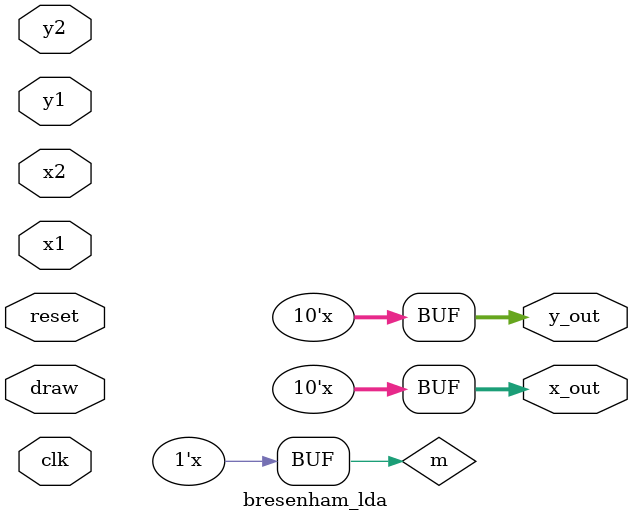
<source format=v>
`timescale 1ns / 1ps


module bresenham_lda(
    input clk,
    input reset,
    input draw,
    input [9:0] x1, y1, x2, y2,
    output reg [9:0] x_out, y_out
);

localparam [1:0] IDLE = 2'b00, DRAW = 2'b01, DONE = 2'b10;

reg [1:0] state, next_state;
reg signed [10:0] dx, dy, p, p_next;
reg [9:0] x, x_next, y, y_next;
reg m;

always @(posedge clk or posedge reset) begin
    if (reset) begin
        state <= IDLE;
        x_out <= 0;
        y_out <= 0;
        x <= 0;
        y <= 0;
    end
    else begin
        state <= next_state;
        x <= x_next;
        y <= y_next;
        p <= p_next;
    end
end

always @(*) begin
    case (state)
        IDLE: begin
            if (x1 != x2 || y1 != y2) begin
                dx <= x2 - x1;
                dy <= y2 - y1;
                m <= dy/dx;
                x_next <= x1;
                y_next <= y1;
                p_next <= 2 * dy - dx;
                if (draw) begin
                    next_state <= DRAW;
                end
                else begin
                    next_state <= IDLE;
                end
            end
            else begin
                next_state <= IDLE;
            end
        end
        DRAW: begin
            if (x == x2 && y == y2) begin
                next_state <= DONE;
            end
            else if (p < 0 && m < 1) begin
                p_next <= p + 2 * dy;
                x_next <= x + 1;
                y_next <= y;
                x_out <= x_next;
                y_out <= y_next;
                next_state <= DRAW;
            end
            else if(p>=0 && m < 1) begin
                p_next <= p + 2 * (dy - dx);
                x_next <= x + 1;
                y_next <= y + 1;
                x_out <= x_next;
                y_out <= y_next;
                next_state <= DRAW;
            end
            else if(p < 0 && m>=1) begin
                p_next <= p + 2 * dx;
                x_next <= x + 1;
                y_next <= y + 1;
                x_out <= x_next;
                y_out <= y_next;
                next_state <= DRAW;
            end
            else begin
                p_next <= p + 2 * (dx - dy);
                x_next <= x;
                y_next <= y + 1;
                x_out <= x_next;
                y_out <= y_next;
                next_state <= DRAW;
            end
        end
        DONE: begin
            next_state <= IDLE;
        end
    endcase
end

endmodule
</source>
